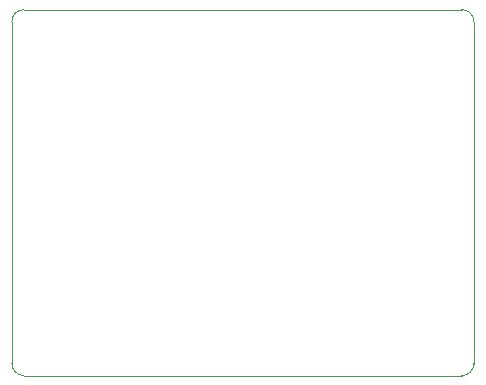
<source format=gm1>
%TF.GenerationSoftware,KiCad,Pcbnew,(5.1.9)-1*%
%TF.CreationDate,2021-02-06T23:27:04-06:00*%
%TF.ProjectId,USB2CAN,55534232-4341-44e2-9e6b-696361645f70,rev?*%
%TF.SameCoordinates,Original*%
%TF.FileFunction,Profile,NP*%
%FSLAX46Y46*%
G04 Gerber Fmt 4.6, Leading zero omitted, Abs format (unit mm)*
G04 Created by KiCad (PCBNEW (5.1.9)-1) date 2021-02-06 23:27:04*
%MOMM*%
%LPD*%
G01*
G04 APERTURE LIST*
%TA.AperFunction,Profile*%
%ADD10C,0.050000*%
%TD*%
G04 APERTURE END LIST*
D10*
X166624000Y-87376000D02*
G75*
G02*
X167640000Y-88392000I0J-1016000D01*
G01*
X167640000Y-117348000D02*
G75*
G02*
X166624000Y-118364000I-1016000J0D01*
G01*
X129540000Y-118364000D02*
G75*
G02*
X128524000Y-117348000I0J1016000D01*
G01*
X128524000Y-88392000D02*
G75*
G02*
X129540000Y-87376000I1016000J0D01*
G01*
X167640000Y-117348000D02*
X167640000Y-88392000D01*
X129540000Y-118364000D02*
X166624000Y-118364000D01*
X128524000Y-88392000D02*
X128524000Y-117348000D01*
X166624000Y-87376000D02*
X129540000Y-87376000D01*
M02*

</source>
